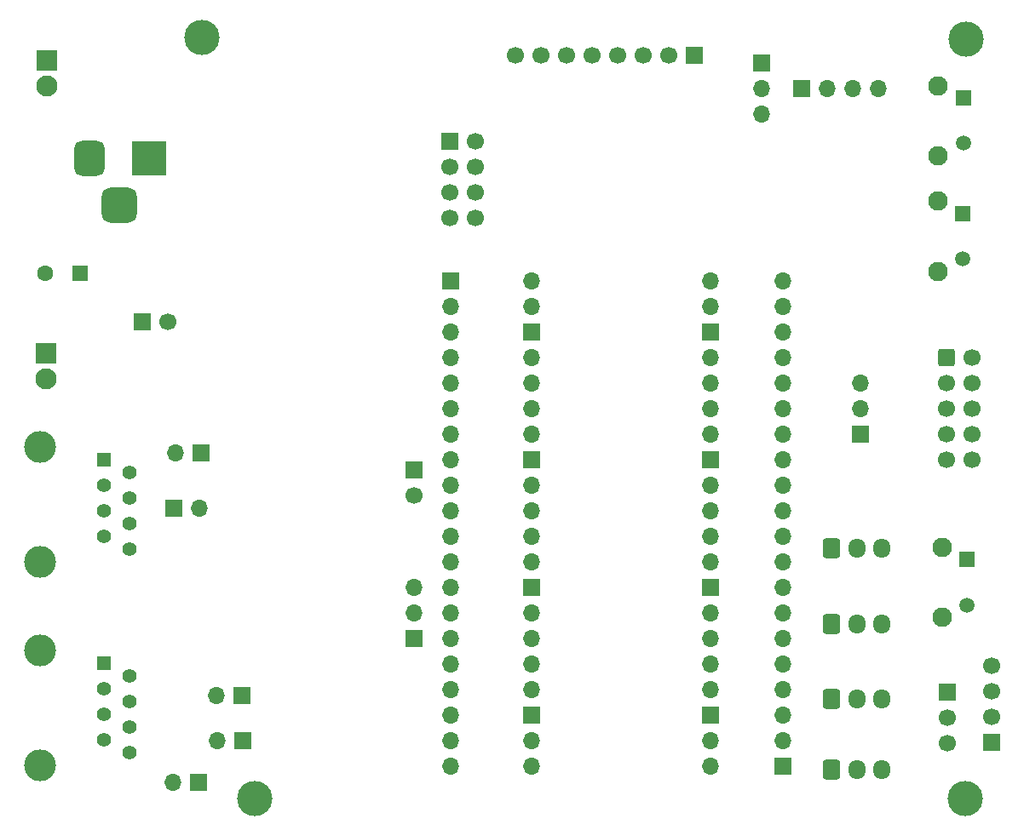
<source format=gbs>
%TF.GenerationSoftware,KiCad,Pcbnew,9.0.6*%
%TF.CreationDate,2025-12-08T20:00:33-05:00*%
%TF.ProjectId,LCC-Pico-Node_v2_6,4c43432d-5069-4636-9f2d-4e6f64655f76,rev?*%
%TF.SameCoordinates,Original*%
%TF.FileFunction,Soldermask,Bot*%
%TF.FilePolarity,Negative*%
%FSLAX46Y46*%
G04 Gerber Fmt 4.6, Leading zero omitted, Abs format (unit mm)*
G04 Created by KiCad (PCBNEW 9.0.6) date 2025-12-08 20:00:33*
%MOMM*%
%LPD*%
G01*
G04 APERTURE LIST*
G04 Aperture macros list*
%AMRoundRect*
0 Rectangle with rounded corners*
0 $1 Rounding radius*
0 $2 $3 $4 $5 $6 $7 $8 $9 X,Y pos of 4 corners*
0 Add a 4 corners polygon primitive as box body*
4,1,4,$2,$3,$4,$5,$6,$7,$8,$9,$2,$3,0*
0 Add four circle primitives for the rounded corners*
1,1,$1+$1,$2,$3*
1,1,$1+$1,$4,$5*
1,1,$1+$1,$6,$7*
1,1,$1+$1,$8,$9*
0 Add four rect primitives between the rounded corners*
20,1,$1+$1,$2,$3,$4,$5,0*
20,1,$1+$1,$4,$5,$6,$7,0*
20,1,$1+$1,$6,$7,$8,$9,0*
20,1,$1+$1,$8,$9,$2,$3,0*%
G04 Aperture macros list end*
%ADD10RoundRect,0.250000X-0.600000X-0.725000X0.600000X-0.725000X0.600000X0.725000X-0.600000X0.725000X0*%
%ADD11O,1.700000X1.950000*%
%ADD12R,1.700000X1.700000*%
%ADD13C,1.700000*%
%ADD14C,3.170000*%
%ADD15R,1.400000X1.400000*%
%ADD16C,1.400000*%
%ADD17O,1.700000X1.700000*%
%ADD18R,1.600000X1.600000*%
%ADD19C,1.600000*%
%ADD20R,1.500000X1.500000*%
%ADD21C,1.500000*%
%ADD22C,1.950000*%
%ADD23C,3.500000*%
%ADD24R,2.100000X2.100000*%
%ADD25C,2.100000*%
%ADD26R,3.500000X3.500000*%
%ADD27RoundRect,0.750000X-0.750000X-1.000000X0.750000X-1.000000X0.750000X1.000000X-0.750000X1.000000X0*%
%ADD28RoundRect,0.875000X-0.875000X-0.875000X0.875000X-0.875000X0.875000X0.875000X-0.875000X0.875000X0*%
%ADD29RoundRect,0.250000X-0.600000X-0.600000X0.600000X-0.600000X0.600000X0.600000X-0.600000X0.600000X0*%
G04 APERTURE END LIST*
D10*
X183000000Y-103525000D03*
D11*
X185500000Y-103525000D03*
X188000000Y-103525000D03*
D10*
X183000000Y-111025000D03*
D11*
X185500000Y-111025000D03*
X188000000Y-111025000D03*
D10*
X183000000Y-118500000D03*
D11*
X185500000Y-118500000D03*
X188000000Y-118500000D03*
D10*
X183000000Y-125500000D03*
D11*
X185500000Y-125500000D03*
X188000000Y-125500000D03*
D12*
X114500000Y-81000000D03*
D13*
X117040000Y-81000000D03*
D12*
X141500000Y-95725000D03*
D13*
X141500000Y-98265000D03*
D12*
X145035000Y-63025000D03*
D13*
X147575000Y-63025000D03*
X145035000Y-65565000D03*
X147575000Y-65565000D03*
X145035000Y-68105000D03*
X147575000Y-68105000D03*
X145035000Y-70645000D03*
X147575000Y-70645000D03*
D12*
X169395000Y-54465000D03*
D13*
X166855000Y-54465000D03*
X164315000Y-54465000D03*
X161775000Y-54465000D03*
X159235000Y-54465000D03*
X156695000Y-54465000D03*
X154155000Y-54465000D03*
X151615000Y-54465000D03*
D14*
X104360000Y-113640000D03*
X104360000Y-125070000D03*
D15*
X110710000Y-114910000D03*
D16*
X113250000Y-116180000D03*
X110710000Y-117450000D03*
X113250000Y-118720000D03*
X110710000Y-119990000D03*
X113250000Y-121260000D03*
X110710000Y-122530000D03*
X113250000Y-123800000D03*
D14*
X104360000Y-93440000D03*
X104360000Y-104870000D03*
D15*
X110710000Y-94710000D03*
D16*
X113250000Y-95980000D03*
X110710000Y-97250000D03*
X113250000Y-98520000D03*
X110710000Y-99790000D03*
X113250000Y-101060000D03*
X110710000Y-102330000D03*
X113250000Y-103600000D03*
D12*
X124450000Y-122660000D03*
D17*
X121910000Y-122660000D03*
D12*
X145107145Y-76945399D03*
D17*
X145107145Y-79485399D03*
X145107145Y-82025399D03*
X145107145Y-84565399D03*
X145107145Y-87105399D03*
X145107145Y-89645399D03*
X145107145Y-92185399D03*
X145107145Y-94725399D03*
X145107145Y-97265399D03*
X145107145Y-99805399D03*
X145107145Y-102345399D03*
X145107145Y-104885399D03*
X145107145Y-107425399D03*
X145107145Y-109965399D03*
X145107145Y-112505399D03*
X145107145Y-115045399D03*
X145107145Y-117585399D03*
X145107145Y-120125399D03*
X145107145Y-122665399D03*
X145107145Y-125205399D03*
D12*
X176020000Y-55295000D03*
D17*
X176020000Y-57835000D03*
X176020000Y-60375000D03*
D12*
X180000000Y-57775000D03*
D17*
X182540000Y-57775000D03*
X185080000Y-57775000D03*
X187620000Y-57775000D03*
X170939200Y-125220800D03*
X170939200Y-122680800D03*
D12*
X170939200Y-120140800D03*
D17*
X170939200Y-117600800D03*
X170939200Y-115060800D03*
X170939200Y-112520800D03*
X170939200Y-109980800D03*
D12*
X170939200Y-107440800D03*
D17*
X170939200Y-104900800D03*
X170939200Y-102360800D03*
X170939200Y-99820800D03*
X170939200Y-97280800D03*
D12*
X170939200Y-94740800D03*
D17*
X170939200Y-92200800D03*
X170939200Y-89660800D03*
X170939200Y-87120800D03*
X170939200Y-84580800D03*
D12*
X170939200Y-82040800D03*
D17*
X170939200Y-79500800D03*
X170939200Y-76960800D03*
X153159200Y-76960800D03*
X153159200Y-79500800D03*
D12*
X153159200Y-82040800D03*
D17*
X153159200Y-84580800D03*
X153159200Y-87120800D03*
X153159200Y-89660800D03*
X153159200Y-92200800D03*
D12*
X153159200Y-94740800D03*
D17*
X153159200Y-97280800D03*
X153159200Y-99820800D03*
X153159200Y-102360800D03*
X153159200Y-104900800D03*
D12*
X153159200Y-107440800D03*
D17*
X153159200Y-109980800D03*
X153159200Y-112520800D03*
X153159200Y-115060800D03*
X153159200Y-117600800D03*
D12*
X153159200Y-120140800D03*
D17*
X153159200Y-122680800D03*
X153159200Y-125220800D03*
D12*
X117660000Y-99500000D03*
D17*
X120200000Y-99500000D03*
D18*
X108300000Y-76200000D03*
D19*
X104800000Y-76200000D03*
D12*
X194500000Y-117800000D03*
D13*
X194500000Y-120340000D03*
X194500000Y-122880000D03*
D20*
X196050000Y-70250000D03*
D21*
X196050000Y-74750000D03*
D22*
X193550000Y-69000000D03*
X193550000Y-76000000D03*
D23*
X120400000Y-52700000D03*
D20*
X196475000Y-104650000D03*
D21*
X196475000Y-109150000D03*
D22*
X193975000Y-103400000D03*
X193975000Y-110400000D03*
D24*
X104985000Y-55015000D03*
D25*
X104985000Y-57555000D03*
D23*
X196350000Y-52850000D03*
D24*
X104900000Y-84160000D03*
D25*
X104900000Y-86700000D03*
D12*
X120300000Y-94000000D03*
D17*
X117760000Y-94000000D03*
D12*
X178152800Y-125170000D03*
D17*
X178152800Y-122630000D03*
X178152800Y-120090000D03*
X178152800Y-117550000D03*
X178152800Y-115010000D03*
X178152800Y-112470000D03*
X178152800Y-109930000D03*
X178152800Y-107390000D03*
X178152800Y-104850000D03*
X178152800Y-102310000D03*
X178152800Y-99770000D03*
X178152800Y-97230000D03*
X178152800Y-94690000D03*
X178152800Y-92150000D03*
X178152800Y-89610000D03*
X178152800Y-87070000D03*
X178152800Y-84530000D03*
X178152800Y-81990000D03*
X178152800Y-79450000D03*
X178152800Y-76910000D03*
D12*
X185900000Y-92150000D03*
D17*
X185900000Y-89610000D03*
X185900000Y-87070000D03*
D12*
X141502050Y-112516000D03*
D17*
X141502050Y-109976000D03*
X141502050Y-107436000D03*
D23*
X196300000Y-128400000D03*
D26*
X115200000Y-64700000D03*
D27*
X109200000Y-64700000D03*
D28*
X112200000Y-69400000D03*
D29*
X194385000Y-84590000D03*
D13*
X196925000Y-84590000D03*
X194385000Y-87130000D03*
X196925000Y-87130000D03*
X194385000Y-89670000D03*
X196925000Y-89670000D03*
X194385000Y-92210000D03*
X196925000Y-92210000D03*
X194385000Y-94750000D03*
X196925000Y-94750000D03*
D20*
X196075000Y-58750000D03*
D21*
X196075000Y-63250000D03*
D22*
X193575000Y-57500000D03*
X193575000Y-64500000D03*
D23*
X125650000Y-128400000D03*
D12*
X198897028Y-122822285D03*
D13*
X198897028Y-120282285D03*
X198897028Y-117742285D03*
X198897028Y-115202285D03*
D12*
X120100000Y-126800000D03*
D17*
X117560000Y-126800000D03*
D12*
X124410000Y-118150000D03*
D17*
X121870000Y-118150000D03*
M02*

</source>
